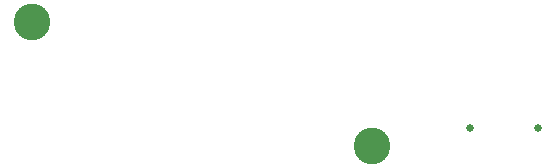
<source format=gbr>
%TF.GenerationSoftware,Altium Limited,Altium Designer,23.11.1 (41)*%
G04 Layer_Color=0*
%FSLAX26Y26*%
%MOIN*%
%TF.SameCoordinates,9526E2AF-B100-4743-A6B5-6A4C7E8B4C09*%
%TF.FilePolarity,Positive*%
%TF.FileFunction,NonPlated,1,4,NPTH,Drill*%
%TF.Part,Single*%
G01*
G75*
%TA.AperFunction,ComponentDrill*%
%ADD68C,0.025591*%
%TA.AperFunction,OtherDrill,Free Pad (1303.15mil,188.976mil)*%
%ADD69C,0.122047*%
%TA.AperFunction,OtherDrill,Free Pad (169.291mil,602.362mil)*%
%ADD70C,0.122047*%
D68*
X1630315Y247244D02*
D03*
X1857874D02*
D03*
D69*
X1303150Y188976D02*
D03*
D70*
X169291Y602362D02*
D03*
%TF.MD5,3968c1526dd9f60f6667d8188f90a796*%
M02*

</source>
